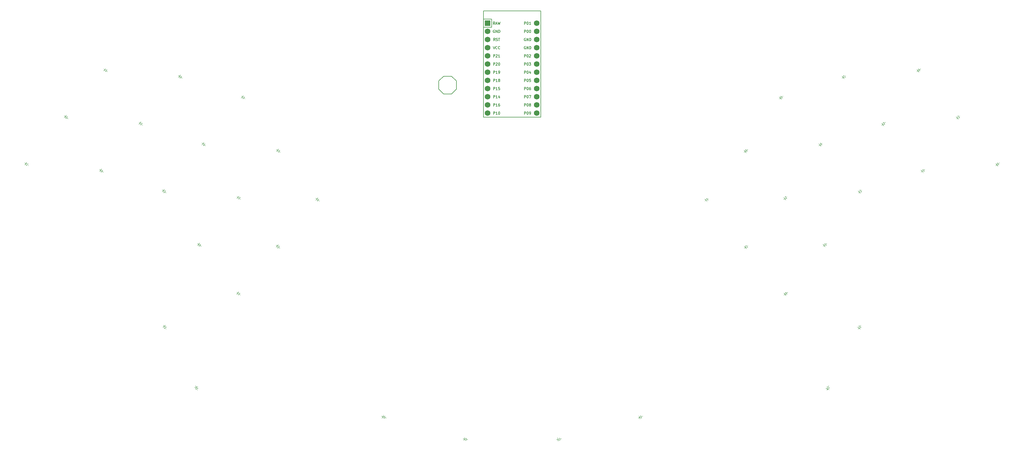
<source format=gbr>
%TF.GenerationSoftware,KiCad,Pcbnew,8.0.1*%
%TF.CreationDate,2024-05-19T15:34:10+09:00*%
%TF.ProjectId,pcb_plate,7063625f-706c-4617-9465-2e6b69636164,v1.0.0*%
%TF.SameCoordinates,Original*%
%TF.FileFunction,Legend,Top*%
%TF.FilePolarity,Positive*%
%FSLAX46Y46*%
G04 Gerber Fmt 4.6, Leading zero omitted, Abs format (unit mm)*
G04 Created by KiCad (PCBNEW 8.0.1) date 2024-05-19 15:34:10*
%MOMM*%
%LPD*%
G01*
G04 APERTURE LIST*
%ADD10C,0.150000*%
%ADD11C,0.100000*%
%ADD12R,1.752600X1.752600*%
%ADD13C,1.752600*%
G04 APERTURE END LIST*
D10*
X177256561Y-122924323D02*
X177180371Y-122886228D01*
X177180371Y-122886228D02*
X177066085Y-122886228D01*
X177066085Y-122886228D02*
X176951799Y-122924323D01*
X176951799Y-122924323D02*
X176875609Y-123000513D01*
X176875609Y-123000513D02*
X176837514Y-123076704D01*
X176837514Y-123076704D02*
X176799418Y-123229085D01*
X176799418Y-123229085D02*
X176799418Y-123343371D01*
X176799418Y-123343371D02*
X176837514Y-123495752D01*
X176837514Y-123495752D02*
X176875609Y-123571942D01*
X176875609Y-123571942D02*
X176951799Y-123648133D01*
X176951799Y-123648133D02*
X177066085Y-123686228D01*
X177066085Y-123686228D02*
X177142276Y-123686228D01*
X177142276Y-123686228D02*
X177256561Y-123648133D01*
X177256561Y-123648133D02*
X177294657Y-123610037D01*
X177294657Y-123610037D02*
X177294657Y-123343371D01*
X177294657Y-123343371D02*
X177142276Y-123343371D01*
X177637514Y-123686228D02*
X177637514Y-122886228D01*
X177637514Y-122886228D02*
X178094657Y-123686228D01*
X178094657Y-123686228D02*
X178094657Y-122886228D01*
X178475609Y-123686228D02*
X178475609Y-122886228D01*
X178475609Y-122886228D02*
X178666085Y-122886228D01*
X178666085Y-122886228D02*
X178780371Y-122924323D01*
X178780371Y-122924323D02*
X178856561Y-123000513D01*
X178856561Y-123000513D02*
X178894656Y-123076704D01*
X178894656Y-123076704D02*
X178932752Y-123229085D01*
X178932752Y-123229085D02*
X178932752Y-123343371D01*
X178932752Y-123343371D02*
X178894656Y-123495752D01*
X178894656Y-123495752D02*
X178856561Y-123571942D01*
X178856561Y-123571942D02*
X178780371Y-123648133D01*
X178780371Y-123648133D02*
X178666085Y-123686228D01*
X178666085Y-123686228D02*
X178475609Y-123686228D01*
X186494656Y-138926226D02*
X186494656Y-138126226D01*
X186494656Y-138126226D02*
X186799418Y-138126226D01*
X186799418Y-138126226D02*
X186875608Y-138164321D01*
X186875608Y-138164321D02*
X186913703Y-138202416D01*
X186913703Y-138202416D02*
X186951799Y-138278607D01*
X186951799Y-138278607D02*
X186951799Y-138392892D01*
X186951799Y-138392892D02*
X186913703Y-138469083D01*
X186913703Y-138469083D02*
X186875608Y-138507178D01*
X186875608Y-138507178D02*
X186799418Y-138545273D01*
X186799418Y-138545273D02*
X186494656Y-138545273D01*
X187447037Y-138126226D02*
X187523227Y-138126226D01*
X187523227Y-138126226D02*
X187599418Y-138164321D01*
X187599418Y-138164321D02*
X187637513Y-138202416D01*
X187637513Y-138202416D02*
X187675608Y-138278607D01*
X187675608Y-138278607D02*
X187713703Y-138430988D01*
X187713703Y-138430988D02*
X187713703Y-138621464D01*
X187713703Y-138621464D02*
X187675608Y-138773845D01*
X187675608Y-138773845D02*
X187637513Y-138850035D01*
X187637513Y-138850035D02*
X187599418Y-138888131D01*
X187599418Y-138888131D02*
X187523227Y-138926226D01*
X187523227Y-138926226D02*
X187447037Y-138926226D01*
X187447037Y-138926226D02*
X187370846Y-138888131D01*
X187370846Y-138888131D02*
X187332751Y-138850035D01*
X187332751Y-138850035D02*
X187294656Y-138773845D01*
X187294656Y-138773845D02*
X187256560Y-138621464D01*
X187256560Y-138621464D02*
X187256560Y-138430988D01*
X187256560Y-138430988D02*
X187294656Y-138278607D01*
X187294656Y-138278607D02*
X187332751Y-138202416D01*
X187332751Y-138202416D02*
X187370846Y-138164321D01*
X187370846Y-138164321D02*
X187447037Y-138126226D01*
X188437513Y-138126226D02*
X188056561Y-138126226D01*
X188056561Y-138126226D02*
X188018465Y-138507178D01*
X188018465Y-138507178D02*
X188056561Y-138469083D01*
X188056561Y-138469083D02*
X188132751Y-138430988D01*
X188132751Y-138430988D02*
X188323227Y-138430988D01*
X188323227Y-138430988D02*
X188399418Y-138469083D01*
X188399418Y-138469083D02*
X188437513Y-138507178D01*
X188437513Y-138507178D02*
X188475608Y-138583369D01*
X188475608Y-138583369D02*
X188475608Y-138773845D01*
X188475608Y-138773845D02*
X188437513Y-138850035D01*
X188437513Y-138850035D02*
X188399418Y-138888131D01*
X188399418Y-138888131D02*
X188323227Y-138926226D01*
X188323227Y-138926226D02*
X188132751Y-138926226D01*
X188132751Y-138926226D02*
X188056561Y-138888131D01*
X188056561Y-138888131D02*
X188018465Y-138850035D01*
X186494656Y-146546228D02*
X186494656Y-145746228D01*
X186494656Y-145746228D02*
X186799418Y-145746228D01*
X186799418Y-145746228D02*
X186875608Y-145784323D01*
X186875608Y-145784323D02*
X186913703Y-145822418D01*
X186913703Y-145822418D02*
X186951799Y-145898609D01*
X186951799Y-145898609D02*
X186951799Y-146012894D01*
X186951799Y-146012894D02*
X186913703Y-146089085D01*
X186913703Y-146089085D02*
X186875608Y-146127180D01*
X186875608Y-146127180D02*
X186799418Y-146165275D01*
X186799418Y-146165275D02*
X186494656Y-146165275D01*
X187447037Y-145746228D02*
X187523227Y-145746228D01*
X187523227Y-145746228D02*
X187599418Y-145784323D01*
X187599418Y-145784323D02*
X187637513Y-145822418D01*
X187637513Y-145822418D02*
X187675608Y-145898609D01*
X187675608Y-145898609D02*
X187713703Y-146050990D01*
X187713703Y-146050990D02*
X187713703Y-146241466D01*
X187713703Y-146241466D02*
X187675608Y-146393847D01*
X187675608Y-146393847D02*
X187637513Y-146470037D01*
X187637513Y-146470037D02*
X187599418Y-146508133D01*
X187599418Y-146508133D02*
X187523227Y-146546228D01*
X187523227Y-146546228D02*
X187447037Y-146546228D01*
X187447037Y-146546228D02*
X187370846Y-146508133D01*
X187370846Y-146508133D02*
X187332751Y-146470037D01*
X187332751Y-146470037D02*
X187294656Y-146393847D01*
X187294656Y-146393847D02*
X187256560Y-146241466D01*
X187256560Y-146241466D02*
X187256560Y-146050990D01*
X187256560Y-146050990D02*
X187294656Y-145898609D01*
X187294656Y-145898609D02*
X187332751Y-145822418D01*
X187332751Y-145822418D02*
X187370846Y-145784323D01*
X187370846Y-145784323D02*
X187447037Y-145746228D01*
X188170846Y-146089085D02*
X188094656Y-146050990D01*
X188094656Y-146050990D02*
X188056561Y-146012894D01*
X188056561Y-146012894D02*
X188018465Y-145936704D01*
X188018465Y-145936704D02*
X188018465Y-145898609D01*
X188018465Y-145898609D02*
X188056561Y-145822418D01*
X188056561Y-145822418D02*
X188094656Y-145784323D01*
X188094656Y-145784323D02*
X188170846Y-145746228D01*
X188170846Y-145746228D02*
X188323227Y-145746228D01*
X188323227Y-145746228D02*
X188399418Y-145784323D01*
X188399418Y-145784323D02*
X188437513Y-145822418D01*
X188437513Y-145822418D02*
X188475608Y-145898609D01*
X188475608Y-145898609D02*
X188475608Y-145936704D01*
X188475608Y-145936704D02*
X188437513Y-146012894D01*
X188437513Y-146012894D02*
X188399418Y-146050990D01*
X188399418Y-146050990D02*
X188323227Y-146089085D01*
X188323227Y-146089085D02*
X188170846Y-146089085D01*
X188170846Y-146089085D02*
X188094656Y-146127180D01*
X188094656Y-146127180D02*
X188056561Y-146165275D01*
X188056561Y-146165275D02*
X188018465Y-146241466D01*
X188018465Y-146241466D02*
X188018465Y-146393847D01*
X188018465Y-146393847D02*
X188056561Y-146470037D01*
X188056561Y-146470037D02*
X188094656Y-146508133D01*
X188094656Y-146508133D02*
X188170846Y-146546228D01*
X188170846Y-146546228D02*
X188323227Y-146546228D01*
X188323227Y-146546228D02*
X188399418Y-146508133D01*
X188399418Y-146508133D02*
X188437513Y-146470037D01*
X188437513Y-146470037D02*
X188475608Y-146393847D01*
X188475608Y-146393847D02*
X188475608Y-146241466D01*
X188475608Y-146241466D02*
X188437513Y-146165275D01*
X188437513Y-146165275D02*
X188399418Y-146127180D01*
X188399418Y-146127180D02*
X188323227Y-146089085D01*
X176894657Y-138926226D02*
X176894657Y-138126226D01*
X176894657Y-138126226D02*
X177199419Y-138126226D01*
X177199419Y-138126226D02*
X177275609Y-138164321D01*
X177275609Y-138164321D02*
X177313704Y-138202416D01*
X177313704Y-138202416D02*
X177351800Y-138278607D01*
X177351800Y-138278607D02*
X177351800Y-138392892D01*
X177351800Y-138392892D02*
X177313704Y-138469083D01*
X177313704Y-138469083D02*
X177275609Y-138507178D01*
X177275609Y-138507178D02*
X177199419Y-138545273D01*
X177199419Y-138545273D02*
X176894657Y-138545273D01*
X178113704Y-138926226D02*
X177656561Y-138926226D01*
X177885133Y-138926226D02*
X177885133Y-138126226D01*
X177885133Y-138126226D02*
X177808942Y-138240511D01*
X177808942Y-138240511D02*
X177732752Y-138316702D01*
X177732752Y-138316702D02*
X177656561Y-138354797D01*
X178570847Y-138469083D02*
X178494657Y-138430988D01*
X178494657Y-138430988D02*
X178456562Y-138392892D01*
X178456562Y-138392892D02*
X178418466Y-138316702D01*
X178418466Y-138316702D02*
X178418466Y-138278607D01*
X178418466Y-138278607D02*
X178456562Y-138202416D01*
X178456562Y-138202416D02*
X178494657Y-138164321D01*
X178494657Y-138164321D02*
X178570847Y-138126226D01*
X178570847Y-138126226D02*
X178723228Y-138126226D01*
X178723228Y-138126226D02*
X178799419Y-138164321D01*
X178799419Y-138164321D02*
X178837514Y-138202416D01*
X178837514Y-138202416D02*
X178875609Y-138278607D01*
X178875609Y-138278607D02*
X178875609Y-138316702D01*
X178875609Y-138316702D02*
X178837514Y-138392892D01*
X178837514Y-138392892D02*
X178799419Y-138430988D01*
X178799419Y-138430988D02*
X178723228Y-138469083D01*
X178723228Y-138469083D02*
X178570847Y-138469083D01*
X178570847Y-138469083D02*
X178494657Y-138507178D01*
X178494657Y-138507178D02*
X178456562Y-138545273D01*
X178456562Y-138545273D02*
X178418466Y-138621464D01*
X178418466Y-138621464D02*
X178418466Y-138773845D01*
X178418466Y-138773845D02*
X178456562Y-138850035D01*
X178456562Y-138850035D02*
X178494657Y-138888131D01*
X178494657Y-138888131D02*
X178570847Y-138926226D01*
X178570847Y-138926226D02*
X178723228Y-138926226D01*
X178723228Y-138926226D02*
X178799419Y-138888131D01*
X178799419Y-138888131D02*
X178837514Y-138850035D01*
X178837514Y-138850035D02*
X178875609Y-138773845D01*
X178875609Y-138773845D02*
X178875609Y-138621464D01*
X178875609Y-138621464D02*
X178837514Y-138545273D01*
X178837514Y-138545273D02*
X178799419Y-138507178D01*
X178799419Y-138507178D02*
X178723228Y-138469083D01*
X177427990Y-126226228D02*
X177161323Y-125845275D01*
X176970847Y-126226228D02*
X176970847Y-125426228D01*
X176970847Y-125426228D02*
X177275609Y-125426228D01*
X177275609Y-125426228D02*
X177351799Y-125464323D01*
X177351799Y-125464323D02*
X177389894Y-125502418D01*
X177389894Y-125502418D02*
X177427990Y-125578609D01*
X177427990Y-125578609D02*
X177427990Y-125692894D01*
X177427990Y-125692894D02*
X177389894Y-125769085D01*
X177389894Y-125769085D02*
X177351799Y-125807180D01*
X177351799Y-125807180D02*
X177275609Y-125845275D01*
X177275609Y-125845275D02*
X176970847Y-125845275D01*
X177732751Y-126188133D02*
X177847037Y-126226228D01*
X177847037Y-126226228D02*
X178037513Y-126226228D01*
X178037513Y-126226228D02*
X178113704Y-126188133D01*
X178113704Y-126188133D02*
X178151799Y-126150037D01*
X178151799Y-126150037D02*
X178189894Y-126073847D01*
X178189894Y-126073847D02*
X178189894Y-125997656D01*
X178189894Y-125997656D02*
X178151799Y-125921466D01*
X178151799Y-125921466D02*
X178113704Y-125883371D01*
X178113704Y-125883371D02*
X178037513Y-125845275D01*
X178037513Y-125845275D02*
X177885132Y-125807180D01*
X177885132Y-125807180D02*
X177808942Y-125769085D01*
X177808942Y-125769085D02*
X177770847Y-125730990D01*
X177770847Y-125730990D02*
X177732751Y-125654799D01*
X177732751Y-125654799D02*
X177732751Y-125578609D01*
X177732751Y-125578609D02*
X177770847Y-125502418D01*
X177770847Y-125502418D02*
X177808942Y-125464323D01*
X177808942Y-125464323D02*
X177885132Y-125426228D01*
X177885132Y-125426228D02*
X178075609Y-125426228D01*
X178075609Y-125426228D02*
X178189894Y-125464323D01*
X178418466Y-125426228D02*
X178875609Y-125426228D01*
X178647037Y-126226228D02*
X178647037Y-125426228D01*
X186494657Y-141466227D02*
X186494657Y-140666227D01*
X186494657Y-140666227D02*
X186799419Y-140666227D01*
X186799419Y-140666227D02*
X186875609Y-140704322D01*
X186875609Y-140704322D02*
X186913704Y-140742417D01*
X186913704Y-140742417D02*
X186951800Y-140818608D01*
X186951800Y-140818608D02*
X186951800Y-140932893D01*
X186951800Y-140932893D02*
X186913704Y-141009084D01*
X186913704Y-141009084D02*
X186875609Y-141047179D01*
X186875609Y-141047179D02*
X186799419Y-141085274D01*
X186799419Y-141085274D02*
X186494657Y-141085274D01*
X187447038Y-140666227D02*
X187523228Y-140666227D01*
X187523228Y-140666227D02*
X187599419Y-140704322D01*
X187599419Y-140704322D02*
X187637514Y-140742417D01*
X187637514Y-140742417D02*
X187675609Y-140818608D01*
X187675609Y-140818608D02*
X187713704Y-140970989D01*
X187713704Y-140970989D02*
X187713704Y-141161465D01*
X187713704Y-141161465D02*
X187675609Y-141313846D01*
X187675609Y-141313846D02*
X187637514Y-141390036D01*
X187637514Y-141390036D02*
X187599419Y-141428132D01*
X187599419Y-141428132D02*
X187523228Y-141466227D01*
X187523228Y-141466227D02*
X187447038Y-141466227D01*
X187447038Y-141466227D02*
X187370847Y-141428132D01*
X187370847Y-141428132D02*
X187332752Y-141390036D01*
X187332752Y-141390036D02*
X187294657Y-141313846D01*
X187294657Y-141313846D02*
X187256561Y-141161465D01*
X187256561Y-141161465D02*
X187256561Y-140970989D01*
X187256561Y-140970989D02*
X187294657Y-140818608D01*
X187294657Y-140818608D02*
X187332752Y-140742417D01*
X187332752Y-140742417D02*
X187370847Y-140704322D01*
X187370847Y-140704322D02*
X187447038Y-140666227D01*
X188399419Y-140666227D02*
X188247038Y-140666227D01*
X188247038Y-140666227D02*
X188170847Y-140704322D01*
X188170847Y-140704322D02*
X188132752Y-140742417D01*
X188132752Y-140742417D02*
X188056562Y-140856703D01*
X188056562Y-140856703D02*
X188018466Y-141009084D01*
X188018466Y-141009084D02*
X188018466Y-141313846D01*
X188018466Y-141313846D02*
X188056562Y-141390036D01*
X188056562Y-141390036D02*
X188094657Y-141428132D01*
X188094657Y-141428132D02*
X188170847Y-141466227D01*
X188170847Y-141466227D02*
X188323228Y-141466227D01*
X188323228Y-141466227D02*
X188399419Y-141428132D01*
X188399419Y-141428132D02*
X188437514Y-141390036D01*
X188437514Y-141390036D02*
X188475609Y-141313846D01*
X188475609Y-141313846D02*
X188475609Y-141123370D01*
X188475609Y-141123370D02*
X188437514Y-141047179D01*
X188437514Y-141047179D02*
X188399419Y-141009084D01*
X188399419Y-141009084D02*
X188323228Y-140970989D01*
X188323228Y-140970989D02*
X188170847Y-140970989D01*
X188170847Y-140970989D02*
X188094657Y-141009084D01*
X188094657Y-141009084D02*
X188056562Y-141047179D01*
X188056562Y-141047179D02*
X188018466Y-141123370D01*
X186494656Y-144006228D02*
X186494656Y-143206228D01*
X186494656Y-143206228D02*
X186799418Y-143206228D01*
X186799418Y-143206228D02*
X186875608Y-143244323D01*
X186875608Y-143244323D02*
X186913703Y-143282418D01*
X186913703Y-143282418D02*
X186951799Y-143358609D01*
X186951799Y-143358609D02*
X186951799Y-143472894D01*
X186951799Y-143472894D02*
X186913703Y-143549085D01*
X186913703Y-143549085D02*
X186875608Y-143587180D01*
X186875608Y-143587180D02*
X186799418Y-143625275D01*
X186799418Y-143625275D02*
X186494656Y-143625275D01*
X187447037Y-143206228D02*
X187523227Y-143206228D01*
X187523227Y-143206228D02*
X187599418Y-143244323D01*
X187599418Y-143244323D02*
X187637513Y-143282418D01*
X187637513Y-143282418D02*
X187675608Y-143358609D01*
X187675608Y-143358609D02*
X187713703Y-143510990D01*
X187713703Y-143510990D02*
X187713703Y-143701466D01*
X187713703Y-143701466D02*
X187675608Y-143853847D01*
X187675608Y-143853847D02*
X187637513Y-143930037D01*
X187637513Y-143930037D02*
X187599418Y-143968133D01*
X187599418Y-143968133D02*
X187523227Y-144006228D01*
X187523227Y-144006228D02*
X187447037Y-144006228D01*
X187447037Y-144006228D02*
X187370846Y-143968133D01*
X187370846Y-143968133D02*
X187332751Y-143930037D01*
X187332751Y-143930037D02*
X187294656Y-143853847D01*
X187294656Y-143853847D02*
X187256560Y-143701466D01*
X187256560Y-143701466D02*
X187256560Y-143510990D01*
X187256560Y-143510990D02*
X187294656Y-143358609D01*
X187294656Y-143358609D02*
X187332751Y-143282418D01*
X187332751Y-143282418D02*
X187370846Y-143244323D01*
X187370846Y-143244323D02*
X187447037Y-143206228D01*
X187980370Y-143206228D02*
X188513704Y-143206228D01*
X188513704Y-143206228D02*
X188170846Y-144006228D01*
X186856561Y-125464323D02*
X186780371Y-125426228D01*
X186780371Y-125426228D02*
X186666085Y-125426228D01*
X186666085Y-125426228D02*
X186551799Y-125464323D01*
X186551799Y-125464323D02*
X186475609Y-125540513D01*
X186475609Y-125540513D02*
X186437514Y-125616704D01*
X186437514Y-125616704D02*
X186399418Y-125769085D01*
X186399418Y-125769085D02*
X186399418Y-125883371D01*
X186399418Y-125883371D02*
X186437514Y-126035752D01*
X186437514Y-126035752D02*
X186475609Y-126111942D01*
X186475609Y-126111942D02*
X186551799Y-126188133D01*
X186551799Y-126188133D02*
X186666085Y-126226228D01*
X186666085Y-126226228D02*
X186742276Y-126226228D01*
X186742276Y-126226228D02*
X186856561Y-126188133D01*
X186856561Y-126188133D02*
X186894657Y-126150037D01*
X186894657Y-126150037D02*
X186894657Y-125883371D01*
X186894657Y-125883371D02*
X186742276Y-125883371D01*
X187237514Y-126226228D02*
X187237514Y-125426228D01*
X187237514Y-125426228D02*
X187694657Y-126226228D01*
X187694657Y-126226228D02*
X187694657Y-125426228D01*
X188075609Y-126226228D02*
X188075609Y-125426228D01*
X188075609Y-125426228D02*
X188266085Y-125426228D01*
X188266085Y-125426228D02*
X188380371Y-125464323D01*
X188380371Y-125464323D02*
X188456561Y-125540513D01*
X188456561Y-125540513D02*
X188494656Y-125616704D01*
X188494656Y-125616704D02*
X188532752Y-125769085D01*
X188532752Y-125769085D02*
X188532752Y-125883371D01*
X188532752Y-125883371D02*
X188494656Y-126035752D01*
X188494656Y-126035752D02*
X188456561Y-126111942D01*
X188456561Y-126111942D02*
X188380371Y-126188133D01*
X188380371Y-126188133D02*
X188266085Y-126226228D01*
X188266085Y-126226228D02*
X188075609Y-126226228D01*
X176894655Y-136386229D02*
X176894655Y-135586229D01*
X176894655Y-135586229D02*
X177199417Y-135586229D01*
X177199417Y-135586229D02*
X177275607Y-135624324D01*
X177275607Y-135624324D02*
X177313702Y-135662419D01*
X177313702Y-135662419D02*
X177351798Y-135738610D01*
X177351798Y-135738610D02*
X177351798Y-135852895D01*
X177351798Y-135852895D02*
X177313702Y-135929086D01*
X177313702Y-135929086D02*
X177275607Y-135967181D01*
X177275607Y-135967181D02*
X177199417Y-136005276D01*
X177199417Y-136005276D02*
X176894655Y-136005276D01*
X178113702Y-136386229D02*
X177656559Y-136386229D01*
X177885131Y-136386229D02*
X177885131Y-135586229D01*
X177885131Y-135586229D02*
X177808940Y-135700514D01*
X177808940Y-135700514D02*
X177732750Y-135776705D01*
X177732750Y-135776705D02*
X177656559Y-135814800D01*
X178494655Y-136386229D02*
X178647036Y-136386229D01*
X178647036Y-136386229D02*
X178723226Y-136348134D01*
X178723226Y-136348134D02*
X178761322Y-136310038D01*
X178761322Y-136310038D02*
X178837512Y-136195753D01*
X178837512Y-136195753D02*
X178875607Y-136043372D01*
X178875607Y-136043372D02*
X178875607Y-135738610D01*
X178875607Y-135738610D02*
X178837512Y-135662419D01*
X178837512Y-135662419D02*
X178799417Y-135624324D01*
X178799417Y-135624324D02*
X178723226Y-135586229D01*
X178723226Y-135586229D02*
X178570845Y-135586229D01*
X178570845Y-135586229D02*
X178494655Y-135624324D01*
X178494655Y-135624324D02*
X178456560Y-135662419D01*
X178456560Y-135662419D02*
X178418464Y-135738610D01*
X178418464Y-135738610D02*
X178418464Y-135929086D01*
X178418464Y-135929086D02*
X178456560Y-136005276D01*
X178456560Y-136005276D02*
X178494655Y-136043372D01*
X178494655Y-136043372D02*
X178570845Y-136081467D01*
X178570845Y-136081467D02*
X178723226Y-136081467D01*
X178723226Y-136081467D02*
X178799417Y-136043372D01*
X178799417Y-136043372D02*
X178837512Y-136005276D01*
X178837512Y-136005276D02*
X178875607Y-135929086D01*
X186494655Y-131306230D02*
X186494655Y-130506230D01*
X186494655Y-130506230D02*
X186799417Y-130506230D01*
X186799417Y-130506230D02*
X186875607Y-130544325D01*
X186875607Y-130544325D02*
X186913702Y-130582420D01*
X186913702Y-130582420D02*
X186951798Y-130658611D01*
X186951798Y-130658611D02*
X186951798Y-130772896D01*
X186951798Y-130772896D02*
X186913702Y-130849087D01*
X186913702Y-130849087D02*
X186875607Y-130887182D01*
X186875607Y-130887182D02*
X186799417Y-130925277D01*
X186799417Y-130925277D02*
X186494655Y-130925277D01*
X187447036Y-130506230D02*
X187523226Y-130506230D01*
X187523226Y-130506230D02*
X187599417Y-130544325D01*
X187599417Y-130544325D02*
X187637512Y-130582420D01*
X187637512Y-130582420D02*
X187675607Y-130658611D01*
X187675607Y-130658611D02*
X187713702Y-130810992D01*
X187713702Y-130810992D02*
X187713702Y-131001468D01*
X187713702Y-131001468D02*
X187675607Y-131153849D01*
X187675607Y-131153849D02*
X187637512Y-131230039D01*
X187637512Y-131230039D02*
X187599417Y-131268135D01*
X187599417Y-131268135D02*
X187523226Y-131306230D01*
X187523226Y-131306230D02*
X187447036Y-131306230D01*
X187447036Y-131306230D02*
X187370845Y-131268135D01*
X187370845Y-131268135D02*
X187332750Y-131230039D01*
X187332750Y-131230039D02*
X187294655Y-131153849D01*
X187294655Y-131153849D02*
X187256559Y-131001468D01*
X187256559Y-131001468D02*
X187256559Y-130810992D01*
X187256559Y-130810992D02*
X187294655Y-130658611D01*
X187294655Y-130658611D02*
X187332750Y-130582420D01*
X187332750Y-130582420D02*
X187370845Y-130544325D01*
X187370845Y-130544325D02*
X187447036Y-130506230D01*
X188018464Y-130582420D02*
X188056560Y-130544325D01*
X188056560Y-130544325D02*
X188132750Y-130506230D01*
X188132750Y-130506230D02*
X188323226Y-130506230D01*
X188323226Y-130506230D02*
X188399417Y-130544325D01*
X188399417Y-130544325D02*
X188437512Y-130582420D01*
X188437512Y-130582420D02*
X188475607Y-130658611D01*
X188475607Y-130658611D02*
X188475607Y-130734801D01*
X188475607Y-130734801D02*
X188437512Y-130849087D01*
X188437512Y-130849087D02*
X187980369Y-131306230D01*
X187980369Y-131306230D02*
X188475607Y-131306230D01*
X186856562Y-128004324D02*
X186780372Y-127966229D01*
X186780372Y-127966229D02*
X186666086Y-127966229D01*
X186666086Y-127966229D02*
X186551800Y-128004324D01*
X186551800Y-128004324D02*
X186475610Y-128080514D01*
X186475610Y-128080514D02*
X186437515Y-128156705D01*
X186437515Y-128156705D02*
X186399419Y-128309086D01*
X186399419Y-128309086D02*
X186399419Y-128423372D01*
X186399419Y-128423372D02*
X186437515Y-128575753D01*
X186437515Y-128575753D02*
X186475610Y-128651943D01*
X186475610Y-128651943D02*
X186551800Y-128728134D01*
X186551800Y-128728134D02*
X186666086Y-128766229D01*
X186666086Y-128766229D02*
X186742277Y-128766229D01*
X186742277Y-128766229D02*
X186856562Y-128728134D01*
X186856562Y-128728134D02*
X186894658Y-128690038D01*
X186894658Y-128690038D02*
X186894658Y-128423372D01*
X186894658Y-128423372D02*
X186742277Y-128423372D01*
X187237515Y-128766229D02*
X187237515Y-127966229D01*
X187237515Y-127966229D02*
X187694658Y-128766229D01*
X187694658Y-128766229D02*
X187694658Y-127966229D01*
X188075610Y-128766229D02*
X188075610Y-127966229D01*
X188075610Y-127966229D02*
X188266086Y-127966229D01*
X188266086Y-127966229D02*
X188380372Y-128004324D01*
X188380372Y-128004324D02*
X188456562Y-128080514D01*
X188456562Y-128080514D02*
X188494657Y-128156705D01*
X188494657Y-128156705D02*
X188532753Y-128309086D01*
X188532753Y-128309086D02*
X188532753Y-128423372D01*
X188532753Y-128423372D02*
X188494657Y-128575753D01*
X188494657Y-128575753D02*
X188456562Y-128651943D01*
X188456562Y-128651943D02*
X188380372Y-128728134D01*
X188380372Y-128728134D02*
X188266086Y-128766229D01*
X188266086Y-128766229D02*
X188075610Y-128766229D01*
X186494657Y-123686229D02*
X186494657Y-122886229D01*
X186494657Y-122886229D02*
X186799419Y-122886229D01*
X186799419Y-122886229D02*
X186875609Y-122924324D01*
X186875609Y-122924324D02*
X186913704Y-122962419D01*
X186913704Y-122962419D02*
X186951800Y-123038610D01*
X186951800Y-123038610D02*
X186951800Y-123152895D01*
X186951800Y-123152895D02*
X186913704Y-123229086D01*
X186913704Y-123229086D02*
X186875609Y-123267181D01*
X186875609Y-123267181D02*
X186799419Y-123305276D01*
X186799419Y-123305276D02*
X186494657Y-123305276D01*
X187447038Y-122886229D02*
X187523228Y-122886229D01*
X187523228Y-122886229D02*
X187599419Y-122924324D01*
X187599419Y-122924324D02*
X187637514Y-122962419D01*
X187637514Y-122962419D02*
X187675609Y-123038610D01*
X187675609Y-123038610D02*
X187713704Y-123190991D01*
X187713704Y-123190991D02*
X187713704Y-123381467D01*
X187713704Y-123381467D02*
X187675609Y-123533848D01*
X187675609Y-123533848D02*
X187637514Y-123610038D01*
X187637514Y-123610038D02*
X187599419Y-123648134D01*
X187599419Y-123648134D02*
X187523228Y-123686229D01*
X187523228Y-123686229D02*
X187447038Y-123686229D01*
X187447038Y-123686229D02*
X187370847Y-123648134D01*
X187370847Y-123648134D02*
X187332752Y-123610038D01*
X187332752Y-123610038D02*
X187294657Y-123533848D01*
X187294657Y-123533848D02*
X187256561Y-123381467D01*
X187256561Y-123381467D02*
X187256561Y-123190991D01*
X187256561Y-123190991D02*
X187294657Y-123038610D01*
X187294657Y-123038610D02*
X187332752Y-122962419D01*
X187332752Y-122962419D02*
X187370847Y-122924324D01*
X187370847Y-122924324D02*
X187447038Y-122886229D01*
X188208943Y-122886229D02*
X188285133Y-122886229D01*
X188285133Y-122886229D02*
X188361324Y-122924324D01*
X188361324Y-122924324D02*
X188399419Y-122962419D01*
X188399419Y-122962419D02*
X188437514Y-123038610D01*
X188437514Y-123038610D02*
X188475609Y-123190991D01*
X188475609Y-123190991D02*
X188475609Y-123381467D01*
X188475609Y-123381467D02*
X188437514Y-123533848D01*
X188437514Y-123533848D02*
X188399419Y-123610038D01*
X188399419Y-123610038D02*
X188361324Y-123648134D01*
X188361324Y-123648134D02*
X188285133Y-123686229D01*
X188285133Y-123686229D02*
X188208943Y-123686229D01*
X188208943Y-123686229D02*
X188132752Y-123648134D01*
X188132752Y-123648134D02*
X188094657Y-123610038D01*
X188094657Y-123610038D02*
X188056562Y-123533848D01*
X188056562Y-123533848D02*
X188018466Y-123381467D01*
X188018466Y-123381467D02*
X188018466Y-123190991D01*
X188018466Y-123190991D02*
X188056562Y-123038610D01*
X188056562Y-123038610D02*
X188094657Y-122962419D01*
X188094657Y-122962419D02*
X188132752Y-122924324D01*
X188132752Y-122924324D02*
X188208943Y-122886229D01*
X186494657Y-136386229D02*
X186494657Y-135586229D01*
X186494657Y-135586229D02*
X186799419Y-135586229D01*
X186799419Y-135586229D02*
X186875609Y-135624324D01*
X186875609Y-135624324D02*
X186913704Y-135662419D01*
X186913704Y-135662419D02*
X186951800Y-135738610D01*
X186951800Y-135738610D02*
X186951800Y-135852895D01*
X186951800Y-135852895D02*
X186913704Y-135929086D01*
X186913704Y-135929086D02*
X186875609Y-135967181D01*
X186875609Y-135967181D02*
X186799419Y-136005276D01*
X186799419Y-136005276D02*
X186494657Y-136005276D01*
X187447038Y-135586229D02*
X187523228Y-135586229D01*
X187523228Y-135586229D02*
X187599419Y-135624324D01*
X187599419Y-135624324D02*
X187637514Y-135662419D01*
X187637514Y-135662419D02*
X187675609Y-135738610D01*
X187675609Y-135738610D02*
X187713704Y-135890991D01*
X187713704Y-135890991D02*
X187713704Y-136081467D01*
X187713704Y-136081467D02*
X187675609Y-136233848D01*
X187675609Y-136233848D02*
X187637514Y-136310038D01*
X187637514Y-136310038D02*
X187599419Y-136348134D01*
X187599419Y-136348134D02*
X187523228Y-136386229D01*
X187523228Y-136386229D02*
X187447038Y-136386229D01*
X187447038Y-136386229D02*
X187370847Y-136348134D01*
X187370847Y-136348134D02*
X187332752Y-136310038D01*
X187332752Y-136310038D02*
X187294657Y-136233848D01*
X187294657Y-136233848D02*
X187256561Y-136081467D01*
X187256561Y-136081467D02*
X187256561Y-135890991D01*
X187256561Y-135890991D02*
X187294657Y-135738610D01*
X187294657Y-135738610D02*
X187332752Y-135662419D01*
X187332752Y-135662419D02*
X187370847Y-135624324D01*
X187370847Y-135624324D02*
X187447038Y-135586229D01*
X188399419Y-135852895D02*
X188399419Y-136386229D01*
X188208943Y-135548134D02*
X188018466Y-136119562D01*
X188018466Y-136119562D02*
X188513705Y-136119562D01*
X186494657Y-133846227D02*
X186494657Y-133046227D01*
X186494657Y-133046227D02*
X186799419Y-133046227D01*
X186799419Y-133046227D02*
X186875609Y-133084322D01*
X186875609Y-133084322D02*
X186913704Y-133122417D01*
X186913704Y-133122417D02*
X186951800Y-133198608D01*
X186951800Y-133198608D02*
X186951800Y-133312893D01*
X186951800Y-133312893D02*
X186913704Y-133389084D01*
X186913704Y-133389084D02*
X186875609Y-133427179D01*
X186875609Y-133427179D02*
X186799419Y-133465274D01*
X186799419Y-133465274D02*
X186494657Y-133465274D01*
X187447038Y-133046227D02*
X187523228Y-133046227D01*
X187523228Y-133046227D02*
X187599419Y-133084322D01*
X187599419Y-133084322D02*
X187637514Y-133122417D01*
X187637514Y-133122417D02*
X187675609Y-133198608D01*
X187675609Y-133198608D02*
X187713704Y-133350989D01*
X187713704Y-133350989D02*
X187713704Y-133541465D01*
X187713704Y-133541465D02*
X187675609Y-133693846D01*
X187675609Y-133693846D02*
X187637514Y-133770036D01*
X187637514Y-133770036D02*
X187599419Y-133808132D01*
X187599419Y-133808132D02*
X187523228Y-133846227D01*
X187523228Y-133846227D02*
X187447038Y-133846227D01*
X187447038Y-133846227D02*
X187370847Y-133808132D01*
X187370847Y-133808132D02*
X187332752Y-133770036D01*
X187332752Y-133770036D02*
X187294657Y-133693846D01*
X187294657Y-133693846D02*
X187256561Y-133541465D01*
X187256561Y-133541465D02*
X187256561Y-133350989D01*
X187256561Y-133350989D02*
X187294657Y-133198608D01*
X187294657Y-133198608D02*
X187332752Y-133122417D01*
X187332752Y-133122417D02*
X187370847Y-133084322D01*
X187370847Y-133084322D02*
X187447038Y-133046227D01*
X187980371Y-133046227D02*
X188475609Y-133046227D01*
X188475609Y-133046227D02*
X188208943Y-133350989D01*
X188208943Y-133350989D02*
X188323228Y-133350989D01*
X188323228Y-133350989D02*
X188399419Y-133389084D01*
X188399419Y-133389084D02*
X188437514Y-133427179D01*
X188437514Y-133427179D02*
X188475609Y-133503370D01*
X188475609Y-133503370D02*
X188475609Y-133693846D01*
X188475609Y-133693846D02*
X188437514Y-133770036D01*
X188437514Y-133770036D02*
X188399419Y-133808132D01*
X188399419Y-133808132D02*
X188323228Y-133846227D01*
X188323228Y-133846227D02*
X188094657Y-133846227D01*
X188094657Y-133846227D02*
X188018466Y-133808132D01*
X188018466Y-133808132D02*
X187980371Y-133770036D01*
X186494658Y-149086225D02*
X186494658Y-148286225D01*
X186494658Y-148286225D02*
X186799420Y-148286225D01*
X186799420Y-148286225D02*
X186875610Y-148324320D01*
X186875610Y-148324320D02*
X186913705Y-148362415D01*
X186913705Y-148362415D02*
X186951801Y-148438606D01*
X186951801Y-148438606D02*
X186951801Y-148552891D01*
X186951801Y-148552891D02*
X186913705Y-148629082D01*
X186913705Y-148629082D02*
X186875610Y-148667177D01*
X186875610Y-148667177D02*
X186799420Y-148705272D01*
X186799420Y-148705272D02*
X186494658Y-148705272D01*
X187447039Y-148286225D02*
X187523229Y-148286225D01*
X187523229Y-148286225D02*
X187599420Y-148324320D01*
X187599420Y-148324320D02*
X187637515Y-148362415D01*
X187637515Y-148362415D02*
X187675610Y-148438606D01*
X187675610Y-148438606D02*
X187713705Y-148590987D01*
X187713705Y-148590987D02*
X187713705Y-148781463D01*
X187713705Y-148781463D02*
X187675610Y-148933844D01*
X187675610Y-148933844D02*
X187637515Y-149010034D01*
X187637515Y-149010034D02*
X187599420Y-149048130D01*
X187599420Y-149048130D02*
X187523229Y-149086225D01*
X187523229Y-149086225D02*
X187447039Y-149086225D01*
X187447039Y-149086225D02*
X187370848Y-149048130D01*
X187370848Y-149048130D02*
X187332753Y-149010034D01*
X187332753Y-149010034D02*
X187294658Y-148933844D01*
X187294658Y-148933844D02*
X187256562Y-148781463D01*
X187256562Y-148781463D02*
X187256562Y-148590987D01*
X187256562Y-148590987D02*
X187294658Y-148438606D01*
X187294658Y-148438606D02*
X187332753Y-148362415D01*
X187332753Y-148362415D02*
X187370848Y-148324320D01*
X187370848Y-148324320D02*
X187447039Y-148286225D01*
X188094658Y-149086225D02*
X188247039Y-149086225D01*
X188247039Y-149086225D02*
X188323229Y-149048130D01*
X188323229Y-149048130D02*
X188361325Y-149010034D01*
X188361325Y-149010034D02*
X188437515Y-148895749D01*
X188437515Y-148895749D02*
X188475610Y-148743368D01*
X188475610Y-148743368D02*
X188475610Y-148438606D01*
X188475610Y-148438606D02*
X188437515Y-148362415D01*
X188437515Y-148362415D02*
X188399420Y-148324320D01*
X188399420Y-148324320D02*
X188323229Y-148286225D01*
X188323229Y-148286225D02*
X188170848Y-148286225D01*
X188170848Y-148286225D02*
X188094658Y-148324320D01*
X188094658Y-148324320D02*
X188056563Y-148362415D01*
X188056563Y-148362415D02*
X188018467Y-148438606D01*
X188018467Y-148438606D02*
X188018467Y-148629082D01*
X188018467Y-148629082D02*
X188056563Y-148705272D01*
X188056563Y-148705272D02*
X188094658Y-148743368D01*
X188094658Y-148743368D02*
X188170848Y-148781463D01*
X188170848Y-148781463D02*
X188323229Y-148781463D01*
X188323229Y-148781463D02*
X188399420Y-148743368D01*
X188399420Y-148743368D02*
X188437515Y-148705272D01*
X188437515Y-148705272D02*
X188475610Y-148629082D01*
X176894656Y-131306230D02*
X176894656Y-130506230D01*
X176894656Y-130506230D02*
X177199418Y-130506230D01*
X177199418Y-130506230D02*
X177275608Y-130544325D01*
X177275608Y-130544325D02*
X177313703Y-130582420D01*
X177313703Y-130582420D02*
X177351799Y-130658611D01*
X177351799Y-130658611D02*
X177351799Y-130772896D01*
X177351799Y-130772896D02*
X177313703Y-130849087D01*
X177313703Y-130849087D02*
X177275608Y-130887182D01*
X177275608Y-130887182D02*
X177199418Y-130925277D01*
X177199418Y-130925277D02*
X176894656Y-130925277D01*
X177656560Y-130582420D02*
X177694656Y-130544325D01*
X177694656Y-130544325D02*
X177770846Y-130506230D01*
X177770846Y-130506230D02*
X177961322Y-130506230D01*
X177961322Y-130506230D02*
X178037513Y-130544325D01*
X178037513Y-130544325D02*
X178075608Y-130582420D01*
X178075608Y-130582420D02*
X178113703Y-130658611D01*
X178113703Y-130658611D02*
X178113703Y-130734801D01*
X178113703Y-130734801D02*
X178075608Y-130849087D01*
X178075608Y-130849087D02*
X177618465Y-131306230D01*
X177618465Y-131306230D02*
X178113703Y-131306230D01*
X178875608Y-131306230D02*
X178418465Y-131306230D01*
X178647037Y-131306230D02*
X178647037Y-130506230D01*
X178647037Y-130506230D02*
X178570846Y-130620515D01*
X178570846Y-130620515D02*
X178494656Y-130696706D01*
X178494656Y-130696706D02*
X178418465Y-130734801D01*
X176894656Y-144006228D02*
X176894656Y-143206228D01*
X176894656Y-143206228D02*
X177199418Y-143206228D01*
X177199418Y-143206228D02*
X177275608Y-143244323D01*
X177275608Y-143244323D02*
X177313703Y-143282418D01*
X177313703Y-143282418D02*
X177351799Y-143358609D01*
X177351799Y-143358609D02*
X177351799Y-143472894D01*
X177351799Y-143472894D02*
X177313703Y-143549085D01*
X177313703Y-143549085D02*
X177275608Y-143587180D01*
X177275608Y-143587180D02*
X177199418Y-143625275D01*
X177199418Y-143625275D02*
X176894656Y-143625275D01*
X178113703Y-144006228D02*
X177656560Y-144006228D01*
X177885132Y-144006228D02*
X177885132Y-143206228D01*
X177885132Y-143206228D02*
X177808941Y-143320513D01*
X177808941Y-143320513D02*
X177732751Y-143396704D01*
X177732751Y-143396704D02*
X177656560Y-143434799D01*
X178799418Y-143472894D02*
X178799418Y-144006228D01*
X178608942Y-143168133D02*
X178418465Y-143739561D01*
X178418465Y-143739561D02*
X178913704Y-143739561D01*
X176894655Y-146546227D02*
X176894655Y-145746227D01*
X176894655Y-145746227D02*
X177199417Y-145746227D01*
X177199417Y-145746227D02*
X177275607Y-145784322D01*
X177275607Y-145784322D02*
X177313702Y-145822417D01*
X177313702Y-145822417D02*
X177351798Y-145898608D01*
X177351798Y-145898608D02*
X177351798Y-146012893D01*
X177351798Y-146012893D02*
X177313702Y-146089084D01*
X177313702Y-146089084D02*
X177275607Y-146127179D01*
X177275607Y-146127179D02*
X177199417Y-146165274D01*
X177199417Y-146165274D02*
X176894655Y-146165274D01*
X178113702Y-146546227D02*
X177656559Y-146546227D01*
X177885131Y-146546227D02*
X177885131Y-145746227D01*
X177885131Y-145746227D02*
X177808940Y-145860512D01*
X177808940Y-145860512D02*
X177732750Y-145936703D01*
X177732750Y-145936703D02*
X177656559Y-145974798D01*
X178799417Y-145746227D02*
X178647036Y-145746227D01*
X178647036Y-145746227D02*
X178570845Y-145784322D01*
X178570845Y-145784322D02*
X178532750Y-145822417D01*
X178532750Y-145822417D02*
X178456560Y-145936703D01*
X178456560Y-145936703D02*
X178418464Y-146089084D01*
X178418464Y-146089084D02*
X178418464Y-146393846D01*
X178418464Y-146393846D02*
X178456560Y-146470036D01*
X178456560Y-146470036D02*
X178494655Y-146508132D01*
X178494655Y-146508132D02*
X178570845Y-146546227D01*
X178570845Y-146546227D02*
X178723226Y-146546227D01*
X178723226Y-146546227D02*
X178799417Y-146508132D01*
X178799417Y-146508132D02*
X178837512Y-146470036D01*
X178837512Y-146470036D02*
X178875607Y-146393846D01*
X178875607Y-146393846D02*
X178875607Y-146203370D01*
X178875607Y-146203370D02*
X178837512Y-146127179D01*
X178837512Y-146127179D02*
X178799417Y-146089084D01*
X178799417Y-146089084D02*
X178723226Y-146050989D01*
X178723226Y-146050989D02*
X178570845Y-146050989D01*
X178570845Y-146050989D02*
X178494655Y-146089084D01*
X178494655Y-146089084D02*
X178456560Y-146127179D01*
X178456560Y-146127179D02*
X178418464Y-146203370D01*
X176894654Y-149086225D02*
X176894654Y-148286225D01*
X176894654Y-148286225D02*
X177199416Y-148286225D01*
X177199416Y-148286225D02*
X177275606Y-148324320D01*
X177275606Y-148324320D02*
X177313701Y-148362415D01*
X177313701Y-148362415D02*
X177351797Y-148438606D01*
X177351797Y-148438606D02*
X177351797Y-148552891D01*
X177351797Y-148552891D02*
X177313701Y-148629082D01*
X177313701Y-148629082D02*
X177275606Y-148667177D01*
X177275606Y-148667177D02*
X177199416Y-148705272D01*
X177199416Y-148705272D02*
X176894654Y-148705272D01*
X178113701Y-149086225D02*
X177656558Y-149086225D01*
X177885130Y-149086225D02*
X177885130Y-148286225D01*
X177885130Y-148286225D02*
X177808939Y-148400510D01*
X177808939Y-148400510D02*
X177732749Y-148476701D01*
X177732749Y-148476701D02*
X177656558Y-148514796D01*
X178608940Y-148286225D02*
X178685130Y-148286225D01*
X178685130Y-148286225D02*
X178761321Y-148324320D01*
X178761321Y-148324320D02*
X178799416Y-148362415D01*
X178799416Y-148362415D02*
X178837511Y-148438606D01*
X178837511Y-148438606D02*
X178875606Y-148590987D01*
X178875606Y-148590987D02*
X178875606Y-148781463D01*
X178875606Y-148781463D02*
X178837511Y-148933844D01*
X178837511Y-148933844D02*
X178799416Y-149010034D01*
X178799416Y-149010034D02*
X178761321Y-149048130D01*
X178761321Y-149048130D02*
X178685130Y-149086225D01*
X178685130Y-149086225D02*
X178608940Y-149086225D01*
X178608940Y-149086225D02*
X178532749Y-149048130D01*
X178532749Y-149048130D02*
X178494654Y-149010034D01*
X178494654Y-149010034D02*
X178456559Y-148933844D01*
X178456559Y-148933844D02*
X178418463Y-148781463D01*
X178418463Y-148781463D02*
X178418463Y-148590987D01*
X178418463Y-148590987D02*
X178456559Y-148438606D01*
X178456559Y-148438606D02*
X178494654Y-148362415D01*
X178494654Y-148362415D02*
X178532749Y-148324320D01*
X178532749Y-148324320D02*
X178608940Y-148286225D01*
X176894655Y-133846227D02*
X176894655Y-133046227D01*
X176894655Y-133046227D02*
X177199417Y-133046227D01*
X177199417Y-133046227D02*
X177275607Y-133084322D01*
X177275607Y-133084322D02*
X177313702Y-133122417D01*
X177313702Y-133122417D02*
X177351798Y-133198608D01*
X177351798Y-133198608D02*
X177351798Y-133312893D01*
X177351798Y-133312893D02*
X177313702Y-133389084D01*
X177313702Y-133389084D02*
X177275607Y-133427179D01*
X177275607Y-133427179D02*
X177199417Y-133465274D01*
X177199417Y-133465274D02*
X176894655Y-133465274D01*
X177656559Y-133122417D02*
X177694655Y-133084322D01*
X177694655Y-133084322D02*
X177770845Y-133046227D01*
X177770845Y-133046227D02*
X177961321Y-133046227D01*
X177961321Y-133046227D02*
X178037512Y-133084322D01*
X178037512Y-133084322D02*
X178075607Y-133122417D01*
X178075607Y-133122417D02*
X178113702Y-133198608D01*
X178113702Y-133198608D02*
X178113702Y-133274798D01*
X178113702Y-133274798D02*
X178075607Y-133389084D01*
X178075607Y-133389084D02*
X177618464Y-133846227D01*
X177618464Y-133846227D02*
X178113702Y-133846227D01*
X178608941Y-133046227D02*
X178685131Y-133046227D01*
X178685131Y-133046227D02*
X178761322Y-133084322D01*
X178761322Y-133084322D02*
X178799417Y-133122417D01*
X178799417Y-133122417D02*
X178837512Y-133198608D01*
X178837512Y-133198608D02*
X178875607Y-133350989D01*
X178875607Y-133350989D02*
X178875607Y-133541465D01*
X178875607Y-133541465D02*
X178837512Y-133693846D01*
X178837512Y-133693846D02*
X178799417Y-133770036D01*
X178799417Y-133770036D02*
X178761322Y-133808132D01*
X178761322Y-133808132D02*
X178685131Y-133846227D01*
X178685131Y-133846227D02*
X178608941Y-133846227D01*
X178608941Y-133846227D02*
X178532750Y-133808132D01*
X178532750Y-133808132D02*
X178494655Y-133770036D01*
X178494655Y-133770036D02*
X178456560Y-133693846D01*
X178456560Y-133693846D02*
X178418464Y-133541465D01*
X178418464Y-133541465D02*
X178418464Y-133350989D01*
X178418464Y-133350989D02*
X178456560Y-133198608D01*
X178456560Y-133198608D02*
X178494655Y-133122417D01*
X178494655Y-133122417D02*
X178532750Y-133084322D01*
X178532750Y-133084322D02*
X178608941Y-133046227D01*
X186494658Y-121146231D02*
X186494658Y-120346231D01*
X186494658Y-120346231D02*
X186799420Y-120346231D01*
X186799420Y-120346231D02*
X186875610Y-120384326D01*
X186875610Y-120384326D02*
X186913705Y-120422421D01*
X186913705Y-120422421D02*
X186951801Y-120498612D01*
X186951801Y-120498612D02*
X186951801Y-120612897D01*
X186951801Y-120612897D02*
X186913705Y-120689088D01*
X186913705Y-120689088D02*
X186875610Y-120727183D01*
X186875610Y-120727183D02*
X186799420Y-120765278D01*
X186799420Y-120765278D02*
X186494658Y-120765278D01*
X187447039Y-120346231D02*
X187523229Y-120346231D01*
X187523229Y-120346231D02*
X187599420Y-120384326D01*
X187599420Y-120384326D02*
X187637515Y-120422421D01*
X187637515Y-120422421D02*
X187675610Y-120498612D01*
X187675610Y-120498612D02*
X187713705Y-120650993D01*
X187713705Y-120650993D02*
X187713705Y-120841469D01*
X187713705Y-120841469D02*
X187675610Y-120993850D01*
X187675610Y-120993850D02*
X187637515Y-121070040D01*
X187637515Y-121070040D02*
X187599420Y-121108136D01*
X187599420Y-121108136D02*
X187523229Y-121146231D01*
X187523229Y-121146231D02*
X187447039Y-121146231D01*
X187447039Y-121146231D02*
X187370848Y-121108136D01*
X187370848Y-121108136D02*
X187332753Y-121070040D01*
X187332753Y-121070040D02*
X187294658Y-120993850D01*
X187294658Y-120993850D02*
X187256562Y-120841469D01*
X187256562Y-120841469D02*
X187256562Y-120650993D01*
X187256562Y-120650993D02*
X187294658Y-120498612D01*
X187294658Y-120498612D02*
X187332753Y-120422421D01*
X187332753Y-120422421D02*
X187370848Y-120384326D01*
X187370848Y-120384326D02*
X187447039Y-120346231D01*
X188475610Y-121146231D02*
X188018467Y-121146231D01*
X188247039Y-121146231D02*
X188247039Y-120346231D01*
X188247039Y-120346231D02*
X188170848Y-120460516D01*
X188170848Y-120460516D02*
X188094658Y-120536707D01*
X188094658Y-120536707D02*
X188018467Y-120574802D01*
X177313702Y-121146231D02*
X177047035Y-120765278D01*
X176856559Y-121146231D02*
X176856559Y-120346231D01*
X176856559Y-120346231D02*
X177161321Y-120346231D01*
X177161321Y-120346231D02*
X177237511Y-120384326D01*
X177237511Y-120384326D02*
X177275606Y-120422421D01*
X177275606Y-120422421D02*
X177313702Y-120498612D01*
X177313702Y-120498612D02*
X177313702Y-120612897D01*
X177313702Y-120612897D02*
X177275606Y-120689088D01*
X177275606Y-120689088D02*
X177237511Y-120727183D01*
X177237511Y-120727183D02*
X177161321Y-120765278D01*
X177161321Y-120765278D02*
X176856559Y-120765278D01*
X177618463Y-120917659D02*
X177999416Y-120917659D01*
X177542273Y-121146231D02*
X177808940Y-120346231D01*
X177808940Y-120346231D02*
X178075606Y-121146231D01*
X178266082Y-120346231D02*
X178456558Y-121146231D01*
X178456558Y-121146231D02*
X178608939Y-120574802D01*
X178608939Y-120574802D02*
X178761320Y-121146231D01*
X178761320Y-121146231D02*
X178951797Y-120346231D01*
X176799417Y-127966229D02*
X177066084Y-128766229D01*
X177066084Y-128766229D02*
X177332750Y-127966229D01*
X178056560Y-128690038D02*
X178018464Y-128728134D01*
X178018464Y-128728134D02*
X177904179Y-128766229D01*
X177904179Y-128766229D02*
X177827988Y-128766229D01*
X177827988Y-128766229D02*
X177713702Y-128728134D01*
X177713702Y-128728134D02*
X177637512Y-128651943D01*
X177637512Y-128651943D02*
X177599417Y-128575753D01*
X177599417Y-128575753D02*
X177561321Y-128423372D01*
X177561321Y-128423372D02*
X177561321Y-128309086D01*
X177561321Y-128309086D02*
X177599417Y-128156705D01*
X177599417Y-128156705D02*
X177637512Y-128080514D01*
X177637512Y-128080514D02*
X177713702Y-128004324D01*
X177713702Y-128004324D02*
X177827988Y-127966229D01*
X177827988Y-127966229D02*
X177904179Y-127966229D01*
X177904179Y-127966229D02*
X178018464Y-128004324D01*
X178018464Y-128004324D02*
X178056560Y-128042419D01*
X178856560Y-128690038D02*
X178818464Y-128728134D01*
X178818464Y-128728134D02*
X178704179Y-128766229D01*
X178704179Y-128766229D02*
X178627988Y-128766229D01*
X178627988Y-128766229D02*
X178513702Y-128728134D01*
X178513702Y-128728134D02*
X178437512Y-128651943D01*
X178437512Y-128651943D02*
X178399417Y-128575753D01*
X178399417Y-128575753D02*
X178361321Y-128423372D01*
X178361321Y-128423372D02*
X178361321Y-128309086D01*
X178361321Y-128309086D02*
X178399417Y-128156705D01*
X178399417Y-128156705D02*
X178437512Y-128080514D01*
X178437512Y-128080514D02*
X178513702Y-128004324D01*
X178513702Y-128004324D02*
X178627988Y-127966229D01*
X178627988Y-127966229D02*
X178704179Y-127966229D01*
X178704179Y-127966229D02*
X178818464Y-128004324D01*
X178818464Y-128004324D02*
X178856560Y-128042419D01*
X176894655Y-141466227D02*
X176894655Y-140666227D01*
X176894655Y-140666227D02*
X177199417Y-140666227D01*
X177199417Y-140666227D02*
X177275607Y-140704322D01*
X177275607Y-140704322D02*
X177313702Y-140742417D01*
X177313702Y-140742417D02*
X177351798Y-140818608D01*
X177351798Y-140818608D02*
X177351798Y-140932893D01*
X177351798Y-140932893D02*
X177313702Y-141009084D01*
X177313702Y-141009084D02*
X177275607Y-141047179D01*
X177275607Y-141047179D02*
X177199417Y-141085274D01*
X177199417Y-141085274D02*
X176894655Y-141085274D01*
X178113702Y-141466227D02*
X177656559Y-141466227D01*
X177885131Y-141466227D02*
X177885131Y-140666227D01*
X177885131Y-140666227D02*
X177808940Y-140780512D01*
X177808940Y-140780512D02*
X177732750Y-140856703D01*
X177732750Y-140856703D02*
X177656559Y-140894798D01*
X178837512Y-140666227D02*
X178456560Y-140666227D01*
X178456560Y-140666227D02*
X178418464Y-141047179D01*
X178418464Y-141047179D02*
X178456560Y-141009084D01*
X178456560Y-141009084D02*
X178532750Y-140970989D01*
X178532750Y-140970989D02*
X178723226Y-140970989D01*
X178723226Y-140970989D02*
X178799417Y-141009084D01*
X178799417Y-141009084D02*
X178837512Y-141047179D01*
X178837512Y-141047179D02*
X178875607Y-141123370D01*
X178875607Y-141123370D02*
X178875607Y-141313846D01*
X178875607Y-141313846D02*
X178837512Y-141390036D01*
X178837512Y-141390036D02*
X178799417Y-141428132D01*
X178799417Y-141428132D02*
X178723226Y-141466227D01*
X178723226Y-141466227D02*
X178532750Y-141466227D01*
X178532750Y-141466227D02*
X178456560Y-141428132D01*
X178456560Y-141428132D02*
X178418464Y-141390036D01*
%TO.C,B1*%
X159916091Y-138717155D02*
X159916091Y-141217149D01*
X161416094Y-137217152D02*
X159916091Y-138717155D01*
X161416094Y-142717152D02*
X159916091Y-141217149D01*
X163916088Y-137217152D02*
X161416094Y-137217152D01*
X163916088Y-137217152D02*
X165416091Y-138717155D01*
X163916088Y-142717152D02*
X161416094Y-142717152D01*
X163916088Y-142717152D02*
X165416091Y-141217149D01*
X165416091Y-138717155D02*
X165416091Y-141217149D01*
D11*
%TO.C,D32*%
X266945694Y-205252538D02*
X267252111Y-204995423D01*
X267252111Y-204995423D02*
X266898579Y-204574098D01*
X267252111Y-204995423D02*
X267454625Y-204303331D01*
X267252111Y-204995423D02*
X267605645Y-205416746D01*
X267454625Y-204303331D02*
X267968853Y-204916168D01*
X267711740Y-204609749D02*
X268094760Y-204288356D01*
X267968853Y-204916168D02*
X267252111Y-204995423D01*
%TO.C,D4*%
X54682479Y-166093729D02*
X54988896Y-166350844D01*
X54988896Y-166350844D02*
X54635364Y-166772169D01*
X54988896Y-166350844D02*
X55342430Y-165929521D01*
X54988896Y-166350844D02*
X55705638Y-166430099D01*
X55191410Y-167042936D02*
X54988896Y-166350844D01*
X55448527Y-166736516D02*
X55831545Y-167057911D01*
X55705638Y-166430099D02*
X55191410Y-167042936D01*
%TO.C,D25*%
X285010419Y-137871619D02*
X285316836Y-137614504D01*
X285316836Y-137614504D02*
X284963304Y-137193179D01*
X285316836Y-137614504D02*
X285519350Y-136922412D01*
X285316836Y-137614504D02*
X285670370Y-138035827D01*
X285519350Y-136922412D02*
X286033578Y-137535249D01*
X285776465Y-137228830D02*
X286159485Y-136907437D01*
X286033578Y-137535249D02*
X285316836Y-137614504D01*
%TO.C,D37*%
X221771415Y-243383908D02*
X222147292Y-243247098D01*
X222147292Y-243247098D02*
X221959182Y-242730271D01*
X222147292Y-243247098D02*
X222335401Y-243763929D01*
X222147292Y-243247098D02*
X222574299Y-242666012D01*
X222574299Y-242666012D02*
X222847915Y-243417765D01*
X222711109Y-243041888D02*
X223180953Y-242870878D01*
X222847915Y-243417765D02*
X222147292Y-243247098D01*
%TO.C,D2*%
X43762861Y-149470681D02*
X44069278Y-149727796D01*
X44069278Y-149727796D02*
X43715746Y-150149121D01*
X44069278Y-149727796D02*
X44422812Y-149306473D01*
X44069278Y-149727796D02*
X44786020Y-149807051D01*
X44271792Y-150419888D02*
X44069278Y-149727796D01*
X44528909Y-150113468D02*
X44911927Y-150434863D01*
X44786020Y-149807051D02*
X44271792Y-150419888D01*
%TO.C,D33*%
X254700596Y-190659395D02*
X255007013Y-190402280D01*
X255007013Y-190402280D02*
X254653481Y-189980955D01*
X255007013Y-190402280D02*
X255209527Y-189710188D01*
X255007013Y-190402280D02*
X255360547Y-190823603D01*
X255209527Y-189710188D02*
X255723755Y-190323025D01*
X255466642Y-190016606D02*
X255849662Y-189695213D01*
X255723755Y-190323025D02*
X255007013Y-190402280D01*
%TO.C,D15*%
X121727614Y-175102062D02*
X122034031Y-175359177D01*
X122034031Y-175359177D02*
X121680499Y-175780502D01*
X122034031Y-175359177D02*
X122387565Y-174937854D01*
X122034031Y-175359177D02*
X122750773Y-175438432D01*
X122236545Y-176051269D02*
X122034031Y-175359177D01*
X122493662Y-175744849D02*
X122876680Y-176066244D01*
X122750773Y-175438432D02*
X122236545Y-176051269D01*
%TO.C,D13*%
X97237405Y-204288357D02*
X97543822Y-204545472D01*
X97543822Y-204545472D02*
X97190290Y-204966797D01*
X97543822Y-204545472D02*
X97897356Y-204124149D01*
X97543822Y-204545472D02*
X98260564Y-204624727D01*
X97746336Y-205237564D02*
X97543822Y-204545472D01*
X98003453Y-204931144D02*
X98386471Y-205252539D01*
X98260564Y-204624727D02*
X97746336Y-205237564D01*
%TO.C,D27*%
X277764338Y-158872608D02*
X278070755Y-158615493D01*
X278070755Y-158615493D02*
X277717223Y-158194168D01*
X278070755Y-158615493D02*
X278273269Y-157923401D01*
X278070755Y-158615493D02*
X278424289Y-159036816D01*
X278273269Y-157923401D02*
X278787497Y-158536238D01*
X278530384Y-158229819D02*
X278913404Y-157908426D01*
X278787497Y-158536238D02*
X278070755Y-158615493D01*
%TO.C,D34*%
X242455491Y-176066240D02*
X242761908Y-175809125D01*
X242761908Y-175809125D02*
X242408376Y-175387800D01*
X242761908Y-175809125D02*
X242964422Y-175117033D01*
X242761908Y-175809125D02*
X243115442Y-176230448D01*
X242964422Y-175117033D02*
X243478650Y-175729870D01*
X243221537Y-175423451D02*
X243604557Y-175102058D01*
X243478650Y-175729870D02*
X242761908Y-175809125D01*
%TO.C,D16*%
X74509238Y-214582965D02*
X74738665Y-214910626D01*
X74738665Y-214910626D02*
X74288136Y-215226093D01*
X74738665Y-214910626D02*
X75189201Y-214595161D01*
X74738665Y-214910626D02*
X75410474Y-215172688D01*
X74755154Y-215631549D02*
X74738665Y-214910626D01*
X75082815Y-215402119D02*
X75369602Y-215811693D01*
X75410474Y-215172688D02*
X74755154Y-215631549D01*
%TO.C,D35*%
X289962569Y-215811700D02*
X290191997Y-215484039D01*
X290191997Y-215484039D02*
X289741467Y-215168572D01*
X290191997Y-215484039D02*
X290208485Y-214763115D01*
X290191997Y-215484039D02*
X290642533Y-215799505D01*
X290208485Y-214763115D02*
X290863807Y-215221978D01*
X290536145Y-214992546D02*
X290822933Y-214582972D01*
X290863807Y-215221978D02*
X290191997Y-215484039D01*
%TO.C,D8*%
X86418772Y-157908429D02*
X86725189Y-158165544D01*
X86725189Y-158165544D02*
X86371657Y-158586869D01*
X86725189Y-158165544D02*
X87078723Y-157744221D01*
X86725189Y-158165544D02*
X87441931Y-158244799D01*
X86927703Y-158857636D02*
X86725189Y-158165544D01*
X87184820Y-158551216D02*
X87567838Y-158872611D01*
X87441931Y-158244799D02*
X86927703Y-158857636D01*
%TO.C,D5*%
X66927581Y-151500583D02*
X67233998Y-151757698D01*
X67233998Y-151757698D02*
X66880466Y-152179023D01*
X67233998Y-151757698D02*
X67587532Y-151336375D01*
X67233998Y-151757698D02*
X67950740Y-151836953D01*
X67436512Y-152449790D02*
X67233998Y-151757698D01*
X67693629Y-152143370D02*
X68076647Y-152464765D01*
X67950740Y-151836953D02*
X67436512Y-152449790D01*
%TO.C,D29*%
X279089823Y-190088803D02*
X279396240Y-189831688D01*
X279396240Y-189831688D02*
X279042708Y-189410363D01*
X279396240Y-189831688D02*
X279598754Y-189139596D01*
X279396240Y-189831688D02*
X279749774Y-190253011D01*
X279598754Y-189139596D02*
X280112982Y-189752433D01*
X279855869Y-189446014D02*
X280238889Y-189124621D01*
X280112982Y-189752433D02*
X279396240Y-189831688D01*
%TO.C,D21*%
X320420242Y-150434863D02*
X320726659Y-150177748D01*
X320726659Y-150177748D02*
X320373127Y-149756423D01*
X320726659Y-150177748D02*
X320929173Y-149485656D01*
X320726659Y-150177748D02*
X321080193Y-150599071D01*
X320929173Y-149485656D02*
X321443401Y-150098493D01*
X321186288Y-149792074D02*
X321569308Y-149470681D01*
X321443401Y-150098493D02*
X320726659Y-150177748D01*
%TO.C,D19*%
X167435280Y-249882124D02*
X167829203Y-249951584D01*
X167829203Y-249951584D02*
X167733696Y-250493226D01*
X167829203Y-249951584D02*
X167924710Y-249409941D01*
X167829203Y-249951584D02*
X168489548Y-249661851D01*
X168350629Y-250449695D02*
X167829203Y-249951584D01*
X168420089Y-250055771D02*
X168912492Y-250142596D01*
X168489548Y-249661851D02*
X168350629Y-250449695D01*
%TO.C,D11*%
X97338381Y-174531478D02*
X97644798Y-174788593D01*
X97644798Y-174788593D02*
X97291266Y-175209918D01*
X97644798Y-174788593D02*
X97998332Y-174367270D01*
X97644798Y-174788593D02*
X98361540Y-174867848D01*
X97847312Y-175480685D02*
X97644798Y-174788593D01*
X98104429Y-175174265D02*
X98487447Y-175495660D01*
X98361540Y-174867848D02*
X97847312Y-175480685D01*
%TO.C,D20*%
X332665349Y-165028011D02*
X332971766Y-164770896D01*
X332971766Y-164770896D02*
X332618234Y-164349571D01*
X332971766Y-164770896D02*
X333174280Y-164078804D01*
X332971766Y-164770896D02*
X333325300Y-165192219D01*
X333174280Y-164078804D02*
X333688508Y-164691641D01*
X333431395Y-164385222D02*
X333814415Y-164063829D01*
X333688508Y-164691641D02*
X332971766Y-164770896D01*
%TO.C,D17*%
X84461671Y-234458932D02*
X84632338Y-233758309D01*
X84495528Y-233382432D02*
X84632338Y-233758309D01*
X84632338Y-233758309D02*
X84115507Y-233946418D01*
X84632338Y-233758309D02*
X85149165Y-233570199D01*
X84632338Y-233758309D02*
X85213424Y-234185316D01*
X84837548Y-234322126D02*
X85008558Y-234791970D01*
X85213424Y-234185316D02*
X84461671Y-234458932D01*
%TO.C,D23*%
X309500631Y-167057913D02*
X309807048Y-166800798D01*
X309807048Y-166800798D02*
X309453516Y-166379473D01*
X309807048Y-166800798D02*
X310009562Y-166108706D01*
X309807048Y-166800798D02*
X310160582Y-167222121D01*
X310009562Y-166108706D02*
X310523790Y-166721543D01*
X310266677Y-166415124D02*
X310649697Y-166093731D01*
X310523790Y-166721543D02*
X309807048Y-166800798D01*
%TO.C,D28*%
X265519236Y-144279459D02*
X265825653Y-144022344D01*
X265825653Y-144022344D02*
X265472121Y-143601019D01*
X265825653Y-144022344D02*
X266028167Y-143330252D01*
X265825653Y-144022344D02*
X266179187Y-144443667D01*
X266028167Y-143330252D02*
X266542395Y-143943089D01*
X266285282Y-143636670D02*
X266668302Y-143315277D01*
X266542395Y-143943089D02*
X265825653Y-144022344D01*
%TO.C,D7*%
X74173661Y-172501576D02*
X74480078Y-172758691D01*
X74480078Y-172758691D02*
X74126546Y-173180016D01*
X74480078Y-172758691D02*
X74833612Y-172337368D01*
X74480078Y-172758691D02*
X75196820Y-172837946D01*
X74682592Y-173450783D02*
X74480078Y-172758691D01*
X74939709Y-173144363D02*
X75322727Y-173465758D01*
X75196820Y-172837946D02*
X74682592Y-173450783D01*
%TO.C,D9*%
X98663875Y-143315281D02*
X98970292Y-143572396D01*
X98970292Y-143572396D02*
X98616760Y-143993721D01*
X98970292Y-143572396D02*
X99323826Y-143151073D01*
X98970292Y-143572396D02*
X99687034Y-143651651D01*
X99172806Y-144264488D02*
X98970292Y-143572396D01*
X99429923Y-143958068D02*
X99812941Y-144279463D01*
X99687034Y-143651651D02*
X99172806Y-144264488D01*
%TO.C,D26*%
X290009438Y-173465758D02*
X290315855Y-173208643D01*
X290315855Y-173208643D02*
X289962323Y-172787318D01*
X290315855Y-173208643D02*
X290518369Y-172516551D01*
X290315855Y-173208643D02*
X290669389Y-173629966D01*
X290518369Y-172516551D02*
X291032597Y-173129388D01*
X290775484Y-172822969D02*
X291158504Y-172501576D01*
X291032597Y-173129388D02*
X290315855Y-173208643D01*
%TO.C,D38*%
X196419673Y-250142596D02*
X196813596Y-250073136D01*
X196813596Y-250073136D02*
X196718088Y-249531494D01*
X196813596Y-250073136D02*
X196909102Y-250614779D01*
X196813596Y-250073136D02*
X197335022Y-249575026D01*
X197335022Y-249575026D02*
X197473941Y-250362870D01*
X197404482Y-249968948D02*
X197896885Y-249882124D01*
X197473941Y-250362870D02*
X196813596Y-250073136D01*
%TO.C,D3*%
X56007960Y-134877534D02*
X56314377Y-135134649D01*
X56314377Y-135134649D02*
X55960845Y-135555974D01*
X56314377Y-135134649D02*
X56667911Y-134713326D01*
X56314377Y-135134649D02*
X57031119Y-135213904D01*
X56516891Y-135826741D02*
X56314377Y-135134649D01*
X56774008Y-135520321D02*
X57157026Y-135841716D01*
X57031119Y-135213904D02*
X56516891Y-135826741D01*
%TO.C,D22*%
X308175135Y-135841719D02*
X308481552Y-135584604D01*
X308481552Y-135584604D02*
X308128020Y-135163279D01*
X308481552Y-135584604D02*
X308684066Y-134892512D01*
X308481552Y-135584604D02*
X308835086Y-136005927D01*
X308684066Y-134892512D02*
X309198294Y-135505349D01*
X308941181Y-135198930D02*
X309324201Y-134877537D01*
X309198294Y-135505349D02*
X308481552Y-135584604D01*
%TO.C,D10*%
X85093284Y-189124627D02*
X85399701Y-189381742D01*
X85399701Y-189381742D02*
X85046169Y-189803067D01*
X85399701Y-189381742D02*
X85753235Y-188960419D01*
X85399701Y-189381742D02*
X86116443Y-189460997D01*
X85602215Y-190073834D02*
X85399701Y-189381742D01*
X85859332Y-189767414D02*
X86242350Y-190088809D01*
X86116443Y-189460997D02*
X85602215Y-190073834D01*
%TO.C,D30*%
X266844721Y-175495658D02*
X267151138Y-175238543D01*
X267151138Y-175238543D02*
X266797606Y-174817218D01*
X267151138Y-175238543D02*
X267353652Y-174546451D01*
X267151138Y-175238543D02*
X267504672Y-175659866D01*
X267353652Y-174546451D02*
X267867880Y-175159288D01*
X267610767Y-174852869D02*
X267993787Y-174531476D01*
X267867880Y-175159288D02*
X267151138Y-175238543D01*
%TO.C,D24*%
X297255528Y-152464765D02*
X297561945Y-152207650D01*
X297561945Y-152207650D02*
X297208413Y-151786325D01*
X297561945Y-152207650D02*
X297764459Y-151515558D01*
X297561945Y-152207650D02*
X297915479Y-152628973D01*
X297764459Y-151515558D02*
X298278687Y-152128395D01*
X298021574Y-151821976D02*
X298404594Y-151500583D01*
X298278687Y-152128395D02*
X297561945Y-152207650D01*
%TO.C,D1*%
X31517760Y-164063827D02*
X31824177Y-164320942D01*
X31824177Y-164320942D02*
X31470645Y-164742267D01*
X31824177Y-164320942D02*
X32177711Y-163899619D01*
X31824177Y-164320942D02*
X32540919Y-164400197D01*
X32026691Y-165013034D02*
X31824177Y-164320942D01*
X32283808Y-164706614D02*
X32666826Y-165028009D01*
X32540919Y-164400197D02*
X32026691Y-165013034D01*
%TO.C,D18*%
X142151215Y-242870875D02*
X142527092Y-243007685D01*
X142527092Y-243007685D02*
X142338982Y-243524512D01*
X142527092Y-243007685D02*
X142715202Y-242490854D01*
X142527092Y-243007685D02*
X143227715Y-242837018D01*
X142954099Y-243588772D02*
X142527092Y-243007685D01*
X143090909Y-243212893D02*
X143560753Y-243383905D01*
X143227715Y-242837018D02*
X142954099Y-243588772D01*
%TO.C,D14*%
X109482509Y-189695212D02*
X109788926Y-189952327D01*
X109788926Y-189952327D02*
X109435394Y-190373652D01*
X109788926Y-189952327D02*
X110142460Y-189531004D01*
X109788926Y-189952327D02*
X110505668Y-190031582D01*
X109991440Y-190644419D02*
X109788926Y-189952327D01*
X110248557Y-190337999D02*
X110631575Y-190659394D01*
X110505668Y-190031582D02*
X109991440Y-190644419D01*
%TO.C,D36*%
X280289754Y-233715476D02*
X281041508Y-233989092D01*
X280323611Y-234791976D02*
X280460421Y-234416099D01*
X280460421Y-234416099D02*
X279943590Y-234227989D01*
X280460421Y-234416099D02*
X280289754Y-233715476D01*
X280460421Y-234416099D02*
X280977248Y-234604209D01*
X280665629Y-233852282D02*
X280836641Y-233382438D01*
X281041508Y-233989092D02*
X280460421Y-234416099D01*
%TO.C,D6*%
X79172689Y-136907432D02*
X79479106Y-137164547D01*
X79479106Y-137164547D02*
X79125574Y-137585872D01*
X79479106Y-137164547D02*
X79832640Y-136743224D01*
X79479106Y-137164547D02*
X80195848Y-137243802D01*
X79681620Y-137856639D02*
X79479106Y-137164547D01*
X79938737Y-137550219D02*
X80321755Y-137871614D01*
X80195848Y-137243802D02*
X79681620Y-137856639D01*
%TO.C,D31*%
X254599612Y-160902512D02*
X254906029Y-160645397D01*
X254906029Y-160645397D02*
X254552497Y-160224072D01*
X254906029Y-160645397D02*
X255108543Y-159953305D01*
X254906029Y-160645397D02*
X255259563Y-161066720D01*
X255108543Y-159953305D02*
X255622771Y-160566142D01*
X255365658Y-160259723D02*
X255748678Y-159938330D01*
X255622771Y-160566142D02*
X254906029Y-160645397D01*
D10*
%TO.C,MCU1*%
X173776085Y-116973933D02*
X173776087Y-149993934D01*
X173776087Y-149993934D02*
X191556084Y-149993934D01*
X176316085Y-119513931D02*
X173776086Y-119513932D01*
X176316085Y-119513931D02*
X176316086Y-122053934D01*
X176316086Y-122053934D02*
X173776084Y-122053931D01*
X191556084Y-149993934D02*
X191556085Y-116973933D01*
X191556085Y-116973933D02*
X173776085Y-116973933D01*
D11*
%TO.C,D12*%
X109583484Y-159938330D02*
X109889901Y-160195445D01*
X109889901Y-160195445D02*
X109536369Y-160616770D01*
X109889901Y-160195445D02*
X110243435Y-159774122D01*
X109889901Y-160195445D02*
X110606643Y-160274700D01*
X110092415Y-160887537D02*
X109889901Y-160195445D01*
X110349532Y-160581117D02*
X110732550Y-160902512D01*
X110606643Y-160274700D02*
X110092415Y-160887537D01*
%TD*%
D12*
%TO.C,MCU1*%
X175046085Y-120783935D03*
D13*
X175046086Y-123323934D03*
X175046085Y-125863931D03*
X175046086Y-128403934D03*
X175046085Y-130943932D03*
X175046085Y-133483933D03*
X175046085Y-136023933D03*
X175046086Y-138563934D03*
X175046088Y-141103933D03*
X175046086Y-143643934D03*
X175046086Y-146183933D03*
X175046085Y-148723931D03*
X190286085Y-120783935D03*
X190286084Y-123323933D03*
X190286084Y-125863932D03*
X190286082Y-128403933D03*
X190286084Y-130943932D03*
X190286085Y-133483933D03*
X190286085Y-136023933D03*
X190286085Y-138563934D03*
X190286084Y-141103932D03*
X190286085Y-143643935D03*
X190286084Y-146183932D03*
X190286085Y-148723931D03*
%TD*%
M02*

</source>
